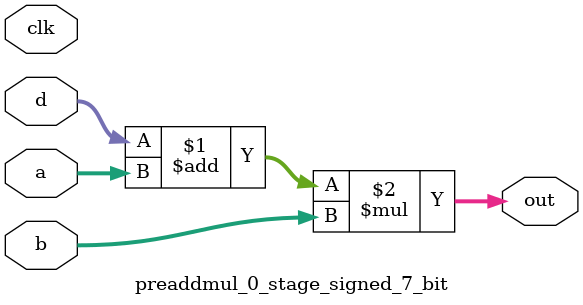
<source format=sv>
(* use_dsp = "yes" *) module preaddmul_0_stage_signed_7_bit(
	input signed [6:0] a,
	input signed [6:0] b,
	input signed [6:0] d,
	output [6:0] out,
	input clk);

	assign out = (d + a) * b;
endmodule

</source>
